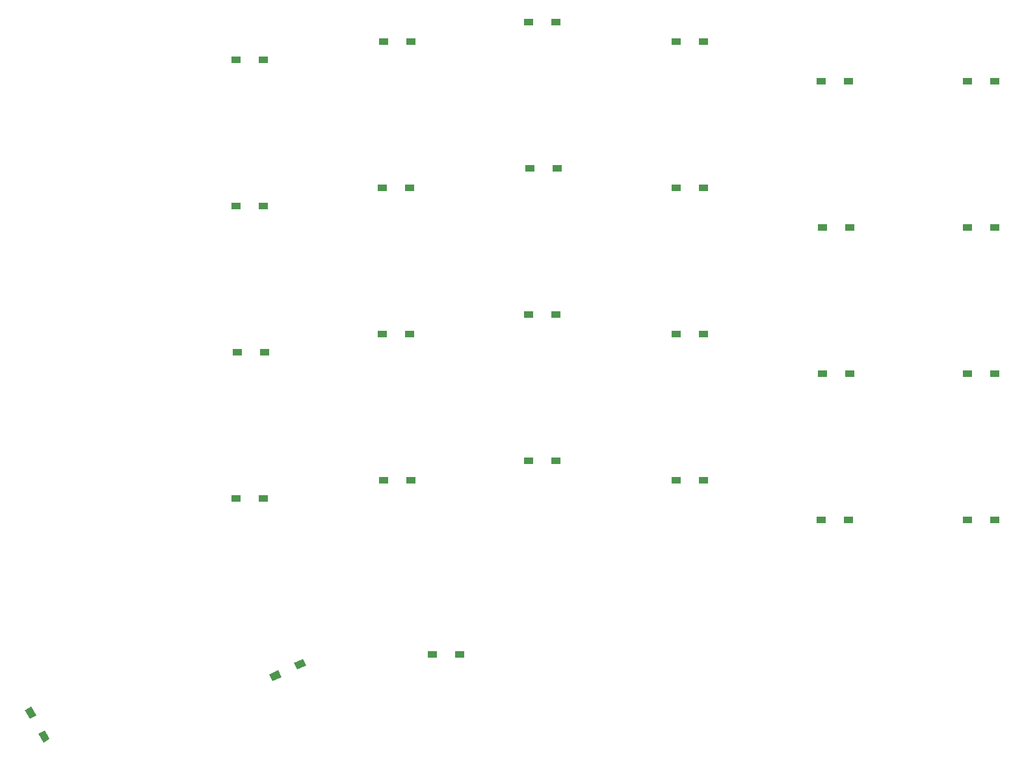
<source format=gbr>
G04 #@! TF.GenerationSoftware,KiCad,Pcbnew,(5.1.4)-1*
G04 #@! TF.CreationDate,2021-06-26T01:07:56+08:00*
G04 #@! TF.ProjectId,Split Keeb,53706c69-7420-44b6-9565-622e6b696361,rev?*
G04 #@! TF.SameCoordinates,Original*
G04 #@! TF.FileFunction,Paste,Top*
G04 #@! TF.FilePolarity,Positive*
%FSLAX46Y46*%
G04 Gerber Fmt 4.6, Leading zero omitted, Abs format (unit mm)*
G04 Created by KiCad (PCBNEW (5.1.4)-1) date 2021-06-26 01:07:56*
%MOMM*%
%LPD*%
G04 APERTURE LIST*
%ADD10R,1.300000X0.950000*%
%ADD11C,0.950000*%
%ADD12C,0.100000*%
G04 APERTURE END LIST*
D10*
X142364000Y-147955000D03*
X138814000Y-147955000D03*
D11*
X121596031Y-149221212D03*
D12*
G36*
X121207675Y-149926410D02*
G01*
X120806187Y-149065418D01*
X121984387Y-148516014D01*
X122385875Y-149377006D01*
X121207675Y-149926410D01*
X121207675Y-149926410D01*
G37*
D11*
X118378639Y-150721506D03*
D12*
G36*
X117990283Y-151426704D02*
G01*
X117588795Y-150565712D01*
X118766995Y-150016308D01*
X119168483Y-150877300D01*
X117990283Y-151426704D01*
X117990283Y-151426704D01*
G37*
D11*
X88257334Y-158624357D03*
D12*
G36*
X87520972Y-158298940D02*
G01*
X88343696Y-157823940D01*
X88993696Y-158949774D01*
X88170972Y-159424774D01*
X87520972Y-158298940D01*
X87520972Y-158298940D01*
G37*
D11*
X86482334Y-155549967D03*
D12*
G36*
X85745972Y-155224550D02*
G01*
X86568696Y-154749550D01*
X87218696Y-155875384D01*
X86395972Y-156350384D01*
X85745972Y-155224550D01*
X85745972Y-155224550D01*
G37*
D10*
X212087000Y-130429000D03*
X208537000Y-130429000D03*
X193037000Y-130429000D03*
X189487000Y-130429000D03*
X174111000Y-125222000D03*
X170561000Y-125222000D03*
X154937000Y-122682000D03*
X151387000Y-122682000D03*
X136014000Y-125222000D03*
X132464000Y-125222000D03*
X116837000Y-127635000D03*
X113287000Y-127635000D03*
X212087000Y-111379000D03*
X208537000Y-111379000D03*
X193164000Y-111379000D03*
X189614000Y-111379000D03*
X174114000Y-106172000D03*
X170564000Y-106172000D03*
X154937000Y-103632000D03*
X151387000Y-103632000D03*
X135887000Y-106172000D03*
X132337000Y-106172000D03*
X116964000Y-108585000D03*
X113414000Y-108585000D03*
X212087000Y-92329000D03*
X208537000Y-92329000D03*
X193164000Y-92329000D03*
X189614000Y-92329000D03*
X174114000Y-87122000D03*
X170564000Y-87122000D03*
X155064000Y-84582000D03*
X151514000Y-84582000D03*
X135887000Y-87122000D03*
X132337000Y-87122000D03*
X116837000Y-89535000D03*
X113287000Y-89535000D03*
X212087000Y-73279000D03*
X208537000Y-73279000D03*
X193037000Y-73279000D03*
X189487000Y-73279000D03*
X174117000Y-68072000D03*
X170567000Y-68072000D03*
X154937000Y-65532000D03*
X151387000Y-65532000D03*
X136014000Y-68072000D03*
X132464000Y-68072000D03*
X116837000Y-70485000D03*
X113287000Y-70485000D03*
M02*

</source>
